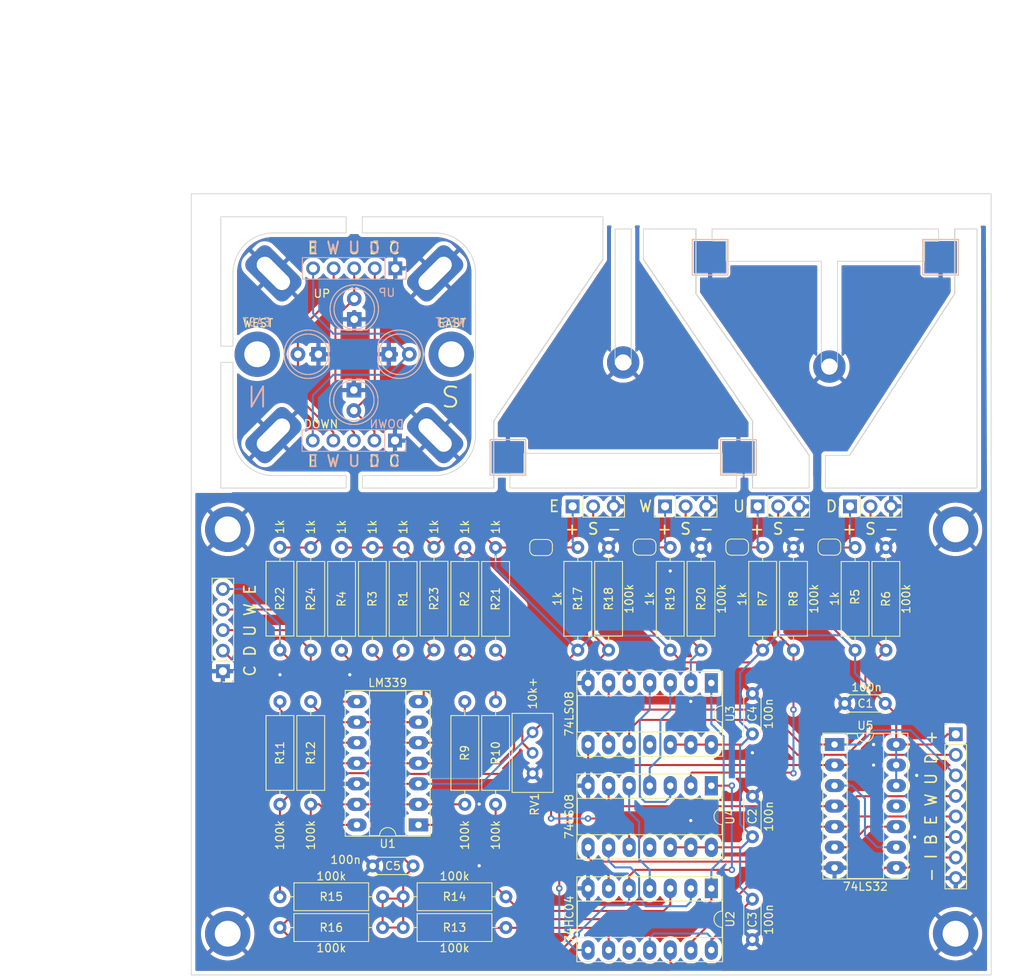
<source format=kicad_pcb>
(kicad_pcb (version 20211014) (generator pcbnew)
  (layers (0 "F.Cu" signal) (31 "B.Cu" signal) (34 "B.Paste" user) (35 "F.Paste" user) (36 "B.SilkS" user "B.Silkscreen") (37 "F.SilkS" user "F.Silkscreen") (38 "B.Mask" user) (39 "F.Mask" user) (44 "Edge.Cuts" user))
  (net 0 "")
  (net 1 "VCC")
  (net 2 "GND")
  (net 3 "/SU")
  (net 4 "/SD")
  (net 5 "/LU")
  (net 6 "Net-(J4-Pad1)")
  (net 7 "/LD")
  (net 8 "/VREF")
  (net 9 "/CU")
  (net 10 "/CD")
  (net 11 "/NCU")
  (net 12 "/NCD")
  (net 14 "Net-(U3-Pad3)")
  (net 15 "Net-(U3-Pad4)")
  (net 16 "/OU")
  (net 17 "/OD")
  (net 20 "Net-(U5-Pad3)")
  (net 21 "/OE")
  (net 24 "Net-(J1-Pad1)")
  (net 25 "Net-(J2-Pad1)")
  (net 26 "Net-(R1-Pad2)")
  (net 27 "Net-(R10-Pad1)")
  (net 28 "Net-(U5-Pad10)")
  (net 30 "Net-(R11-Pad1)")
  (net 31 "Net-(R12-Pad1)")
  (net 32 "/SW")
  (net 33 "/SE")
  (net 34 "/LE")
  (net 35 "/LW")
  (net 36 "/OW")
  (net 37 "/BUSY")
  (net 38 "/IDLE")
  (net 39 "/CW")
  (net 40 "/CE")
  (net 41 "/NCW")
  (net 42 "/NCE")
  (net 43 "Net-(J3-Pad1)")
  (footprint "Connector_PinHeader_2.54mm:PinHeader_1x03_P2.54mm_Vertical" (layer "F.Cu") (at 131.445 88.655 90)
    (fp_text reference "J1" hide)
    (fp_text value "Conn_01x03_Male")
  )
  (footprint "TestPoint:TestPoint_THTPad_D4.0mm_Drill2.0mm" (layer "F.Cu") (at 60.15 79.85 135)
    (fp_text reference "J19" hide)
    (fp_text value "Conn_01x01_Male")
  )
  (footprint "Jumper:SolderJumper-2_P1.3mm_Open_RoundedPad1.0x1.5mm" (layer "F.Cu") (at 93.25 93.75 180)
    (fp_text reference "JP3" hide)
    (fp_text value "SolderJumper_2_Open")
  )
  (footprint "Connector_PinHeader_2.54mm:PinHeader_1x03_P2.54mm_Vertical" (layer "F.Cu") (at 108.585 88.655 90)
    (fp_text reference "J4" hide)
    (fp_text value "Conn_01x03_Male")
  )
  (footprint "Connector_PinHeader_2.54mm:PinHeader_1x03_P2.54mm_Vertical" (layer "F.Cu") (at 97.155 88.655 90)
    (fp_text reference "J3" hide)
    (fp_text value "Conn_01x03_Male")
  )
  (footprint "Resistor_THT:R_Axial_DIN0309_L9.0mm_D3.2mm_P12.70mm_Horizontal" (layer "F.Cu") (at 83.82 112.8 -90)
    (fp_text reference "R9")
    (fp_text value "100k")
  )
  (footprint "MountingHole:MountingHole_3.2mm_M3_DIN965_Pad" (layer "F.Cu") (at 58.15 69.85)
    (fp_text reference "H5" hide)
    (fp_text value "MountingHole_Pad")
  )
  (footprint "MountingHole:MountingHole_3.2mm_M3_DIN965_Pad" (layer "F.Cu") (at 54.5 91.5)
    (fp_text reference "H4" hide)
    (fp_text value "MountingHole_Pad")
  )
  (footprint "Resistor_THT:R_Axial_DIN0309_L9.0mm_D3.2mm_P12.70mm_Horizontal" (layer "F.Cu") (at 64.77 112.8 -90)
    (fp_text reference "R12")
    (fp_text value "100k")
  )
  (footprint "Package_DIP:DIP-14_W7.62mm_Socket_LongPads" (layer "F.Cu") (at 78.095 128.045 180)
    (fp_text reference "U1")
    (fp_text value "LM339")
  )
  (footprint "Capacitor_THT:C_Disc_D4.3mm_W1.9mm_P5.00mm" (layer "F.Cu") (at 119.38 116.8 90)
    (fp_text reference "C4")
    (fp_text value "100n")
  )
  (footprint "MountingHole:MountingHole_3.2mm_M3_DIN965_Pad" (layer "F.Cu") (at 54.5 141.5)
    (fp_text reference "H2")
    (fp_text value "MountingHole_Pad")
  )
  (footprint "Resistor_THT:R_Axial_DIN0309_L9.0mm_D3.2mm_P12.70mm_Horizontal" (layer "F.Cu") (at 135.89 93.75 -90)
    (fp_text reference "R6")
    (fp_text value "100k")
  )
  (footprint "Package_DIP:DIP-14_W7.62mm_Socket_LongPads" (layer "F.Cu") (at 129.54 118.105)
    (fp_text reference "U5")
    (fp_text value "74LS32")
  )
  (footprint "LED_THT:LED_D5.0mm" (layer "F.Cu") (at 70.1 74.275 -90)
    (fp_text reference "Q3" hide)
    (fp_text value "Q_Photo_NPN" hide)
  )
  (footprint "Resistor_THT:R_Axial_DIN0309_L9.0mm_D3.2mm_P12.70mm_Horizontal" (layer "F.Cu") (at 73.66 136.93 180)
    (fp_text reference "R15")
    (fp_text value "100k")
  )
  (footprint "Resistor_THT:R_Axial_DIN0309_L9.0mm_D3.2mm_P12.70mm_Horizontal" (layer "F.Cu") (at 76.2 93.75 -90)
    (fp_text reference "R1")
    (fp_text value "1k")
  )
  (footprint "Package_DIP:DIP-14_W7.62mm_Socket_LongPads" (layer "F.Cu") (at 114.305 123.2 -90)
    (fp_text reference "U4")
    (fp_text value "74LS08")
  )
  (footprint "Resistor_THT:R_Axial_DIN0309_L9.0mm_D3.2mm_P12.70mm_Horizontal" (layer "F.Cu") (at 68.58 93.75 -90)
    (fp_text reference "R4")
    (fp_text value "1k")
  )
  (footprint "MountingHole:MountingHole_3.2mm_M3_DIN965_Pad" (layer "F.Cu") (at 144.5 141.5)
    (fp_text reference "H1")
    (fp_text value "MountingHole_Pad")
  )
  (footprint "Resistor_THT:R_Axial_DIN0309_L9.0mm_D3.2mm_P12.70mm_Horizontal" (layer "F.Cu") (at 60.96 112.8 -90)
    (fp_text reference "R11")
    (fp_text value "100k")
  )
  (footprint "TestPoint:TestPoint_Pad_4.0x4.0mm" (layer "F.Cu") (at 117.65 82.6)
    (fp_text reference "J8" hide)
    (fp_text value "Conn_01x01_Male")
  )
  (footprint "Package_DIP:DIP-14_W7.62mm_Socket_LongPads" (layer "F.Cu") (at 114.305 110.5 -90)
    (fp_text reference "U3")
    (fp_text value "74LS08")
  )
  (footprint "Resistor_THT:R_Axial_DIN0309_L9.0mm_D3.2mm_P12.70mm_Horizontal" (layer "F.Cu") (at 109.22 93.735 -90)
    (fp_text reference "R19")
    (fp_text value "1k")
  )
  (footprint "MountingHole:MountingHole_3.2mm_M3_DIN965_Pad" (layer "F.Cu") (at 82.15 69.85)
    (fp_text reference "H6" hide)
    (fp_text value "MountingHole_Pad")
  )
  (footprint "Resistor_THT:R_Axial_DIN0309_L9.0mm_D3.2mm_P12.70mm_Horizontal" (layer "F.Cu") (at 113.03 93.735 -90)
    (fp_text reference "R20")
    (fp_text value "100k")
  )
  (footprint "TestPoint:TestPoint_Pad_4.0x4.0mm" (layer "F.Cu") (at 142.65 57.85)
    (fp_text reference "J13" hide)
    (fp_text value "Conn_01x01_Male")
  )
  (footprint "TestPoint:TestPoint_THTPad_D4.0mm_Drill2.0mm" (layer "F.Cu") (at 103.4 70.866)
    (fp_text reference "J17" hide)
    (fp_text value "Conn_01x01_Male")
  )
  (footprint "LED_THT:LED_D5.0mm" (layer "F.Cu") (at 70.15 65.532 90)
    (fp_text reference "Q1" hide)
    (fp_text value "Q_Photo_NPN" hide)
  )
  (footprint "Resistor_THT:R_Axial_DIN0309_L9.0mm_D3.2mm_P12.70mm_Horizontal" (layer "F.Cu") (at 60.96 106.426 90)
    (fp_text reference "R22")
    (fp_text value "1k")
  )
  (footprint "Connector_PinHeader_2.54mm:PinHeader_1x03_P2.54mm_Vertical" (layer "F.Cu") (at 120.03 88.655 90)
    (fp_text reference "J2" hide)
    (fp_text value "Conn_01x03_Male")
  )
  (footprint "TestPoint:TestPoint_Pad_4.0x4.0mm" (layer "F.Cu") (at 89.15 82.6)
    (fp_text reference "J7" hide)
    (fp_text value "Conn_01x01_Male")
  )
  (footprint "Jumper:SolderJumper-2_P1.3mm_Open_RoundedPad1.0x1.5mm" (layer "F.Cu") (at 128.9 93.7 180)
    (fp_text reference "JP2" hide)
    (fp_text value "SolderJumper_2_Open")
  )
  (footprint "Resistor_THT:R_Axial_DIN0309_L9.0mm_D3.2mm_P12.70mm_Horizontal" (layer "F.Cu") (at 73.66 140.74 180)
    (fp_text reference "R16")
    (fp_text value "100k")
  )
  (footprint "Resistor_THT:R_Axial_DIN0309_L9.0mm_D3.2mm_P12.70mm_Horizontal" (layer "F.Cu") (at 83.82 93.75 -90)
    (fp_text reference "R2")
    (fp_text value "1k")
  )
  (footprint "Potentiometer_THT:Potentiometer_Bourns_3296W_Vertical" (layer "F.Cu") (at 92.202 116.6 90)
    (fp_text reference "RV1")
    (fp_text value "10k+")
  )
  (footprint "Package_DIP:DIP-14_W7.62mm_Socket_LongPads" (layer "F.Cu") (at 114.305 135.9 -90)
    (fp_text reference "U2")
    (fp_text value "74HC04")
  )
  (footprint "TestPoint:TestPoint_THTPad_D4.0mm_Drill2.0mm" (layer "F.Cu") (at 60.15 59.85 45)
    (fp_text reference "J21" hide)
    (fp_text value "Conn_01x01_Male")
  )
  (footprint "Capacitor_THT:C_Disc_D4.3mm_W1.9mm_P5.00mm" (layer "F.Cu") (at 135.81 113.025 180)
    (fp_text reference "C1")
    (fp_text value "100n")
  )
  (footprint "LED_THT:LED_D5.0mm" (layer "F.Cu") (at 74.417 69.85)
    (fp_text reference "Q5" hide)
    (fp_text value "Q_Photo_NPN" hide)
  )
  (footprint "TestPoint:TestPoint_Pad_4.0x4.0mm" (layer "F.Cu") (at 114.15 57.85)
    (fp_text reference "J14" hide)
    (fp_text value "Conn_01x01_Male")
  )
  (footprint "Capacitor_THT:C_Disc_D4.3mm_W1.9mm_P5.00mm" (layer "F.Cu") (at 77.43 133.12 180)
    (fp_text reference "C5")
    (fp_text value "100n")
  )
  (footprint "Capacitor_THT:C_Disc_D4.3mm_W1.9mm_P5.00mm" (layer "F.Cu") (at 119.38 137.24 -90)
    (fp_text reference "C3")
    (fp_text value "100n")
  )
  (footprint "Capacitor_THT:C_Disc_D4.3mm_W1.9mm_P5.00mm" (layer "F.Cu") (at 119.385 129.51 90)
    (fp_text reference "C2")
    (fp_text value "100n")
  )
  (footprint "TestPoint:TestPoint_THTPad_D4.0mm_Drill2.0mm" (layer "F.Cu") (at 80.15 59.85 135)
    (fp_text reference "J20" hide)
    (fp_text value "Conn_01x01_Male")
  )
  (footprint "Resistor_THT:R_Axial_DIN0309_L9.0mm_D3.2mm_P12.70mm_Horizontal" (layer "F.Cu") (at 87.63 106.45 90)
    (fp_text reference "R21")
    (fp_text value "1k")
  )
  (footprint "MountingHole:MountingHole_3.2mm_M3_DIN965_Pad" (layer "F.Cu") (at 144.5 91.5)
    (fp_text reference "H3")
    (fp_text value "MountingHole_Pad")
  )
  (footprint "Resistor_THT:R_Axial_DIN0309_L9.0mm_D3.2mm_P12.70mm_Horizontal" (layer "F.Cu") (at 80.01 106.426 90)
    (fp_text reference "R23")
    (fp_text value "1k")
  )
  (footprint "Resistor_THT:R_Axial_DIN0309_L9.0mm_D3.2mm_P12.70mm_Horizontal" (layer "F.Cu") (at 97.79 93.735 -90)
    (fp_text reference "R17")
    (fp_text value "1k")
  )
  (footprint "Resistor_THT:R_Axial_DIN0309_L9.0mm_D3.2mm_P12.70mm_Horizontal" (layer "F.Cu") (at 64.77 106.45 90)
    (fp_text reference "R24")
    (fp_text value "1k")
  )
  (footprint "Resistor_THT:R_Axial_DIN0309_L9.0mm_D3.2mm_P12.70mm_Horizontal" (layer "F.Cu") (at 76.2 140.74)
    (fp_text reference "R13")
    (fp_text value "100k")
  )
  (footprint "Resistor_THT:R_Axial_DIN0309_L9.0mm_D3.2mm_P12.70mm_Horizontal" (layer "F.Cu") (at 76.2 136.93)
    (fp_text reference "R14")
    (fp_text value "100k")
  )
  (footprint "Resistor_THT:R_Axial_DIN0309_L9.0mm_D3.2mm_P12.70mm_Horizontal" (layer "F.Cu") (at 124.46 93.735 -90)
    (fp_text reference "R8")
    (fp_text value "100k")
  )
  (footprint "Resistor_THT:R_Axial_DIN0309_L9.0mm_D3.2mm_P12.70mm_Horizontal" (layer "F.Cu") (at 101.6 93.735 -90)
    (fp_text reference "R18")
    (fp_text value "100k")
  )
  (footprint "Connector_PinHeader_2.54mm:PinHeader_1x05_P2.54mm_Vertical" (layer "F.Cu") (at 53.905 109.04 180)
    (fp_text reference "J6" hide)
    (fp_text value "Conn_01x05_Male" hide)
  )
  (footprint "Jumper:SolderJumper-2_P1.3mm_Open_RoundedPad1.0x1.5mm" (layer "F.Cu") (at 117.5 93.7 180)
    (fp_text reference "JP1" hide)
    (fp_text value "SolderJumper_2_Open")
  )
  (footprint "TestPoint:TestPoint_THTPad_D4.0mm_Drill2.0mm" (layer "F.Cu") (at 128.9 71.374)
    (fp_text reference "J18" hide)
    (fp_text value "Conn_01x01_Male")
  )
  (footprint "TestPoint:TestPoint_THTPad_D4.0mm_Drill2.0mm" (layer "F.Cu") (at 80.15 79.85 45)
    (fp_text reference "J22" hide)
    (fp_text value "Conn_01x01_Male")
  )
  (footprint "Resistor_THT:R_Axial_DIN0309_L9.0mm_D3.2mm_P12.70mm_Horizontal" (layer "F.Cu") (at 87.63 112.8 -90)
    (fp_text reference "R10")
    (fp_text value "100k")
  )
  (footprint "Resistor_THT:R_Axial_DIN0309_L9.0mm_D3.2mm_P12.70mm_Horizontal" (layer "F.Cu") (at 120.65 93.735 -90)
    (fp_text reference "R7")
    (fp_text value "1k")
  )
  (footprint "LED_THT:LED_D5.0mm" (layer "F.Cu") (at 65.725 69.85 180)
    (fp_text reference "Q7" hide)
    (fp_text value "Q_Photo_NPN" hide)
  )
  (footprint "Connector_PinHeader_2.54mm:PinHeader_1x08_P2.54mm_Vertical" (layer "F.Cu") (at 144.526 116.84)
    (fp_text reference "J5" hide)
    (fp_text value "Conn_01x07_Male" hide)
  )
  (footprint "Resistor_THT:R_Axial_DIN0309_L9.0mm_D3.2mm_P12.70mm_Horizontal" (layer "F.Cu") (at 72.39 93.75 -90)
    (fp_text reference "R3")
    (fp_text value "1k")
  )
  (footprint "Resistor_THT:R_Axial_DIN0309_L9.0mm_D3.2mm_P12.70mm_Horizontal" (layer "F.Cu") (at 132.08 93.75 -90)
    (fp_text reference "R5")
    (fp_text value "1k")
  )
  (footprint "Jumper:SolderJumper-2_P1.3mm_Open_RoundedPad1.0x1.5mm" (layer "F.Cu") (at 106.05 93.7 180)
    (fp_text reference "JP4" hide)
    (fp_text value "SolderJumper_2_Open")
  )
  (footprint "LED_THT:LED_D5.0mm" (layer "B.Cu") (at 65.725 69.85 180)
    (fp_text reference "Q8" hide)
    (fp_text value "Q_Photo_NPN" hide)
  )
  (footprint "Connector_PinHeader_2.54mm:PinHeader_1x05_P2.54mm_Vertical" (layer "B.Cu") (at 75.225 59.225 90)
    (fp_text reference "J16" hide)
    (fp_text value "Conn_01x05_Male")
  )
  (footprint "TestPoint:TestPoint_Pad_4.0x4.0mm" (layer "B.Cu") (at 114.15 57.85 180)
    (fp_text reference "J11" hide)
    (fp_text value "Conn_01x01_Male")
  )
  (footprint "LED_THT:LED_D5.0mm" (layer "B.Cu") (at 70.15 65.525 90)
    (fp_text reference "Q2" hide)
    (fp_text value "Q_Photo_NPN" hide)
  )
  (footprint "TestPoint:TestPoint_Pad_4.0x4.0mm" (layer "B.Cu") (at 89.15 82.6 180)
    (fp_text reference "J9" hide)
    (fp_text value "Conn_01x01_Male")
  )
  (footprint "LED_THT:LED_D5.0mm" (layer "B.Cu") (at 74.425 69.85)
    (fp_text reference "Q6" hide)
    (fp_text value "Q_Photo_NPN" hide)
  )
  (footprint "Connector_PinHeader_2.54mm:PinHeader_1x05_P2.54mm_Vertical" (layer "B.Cu") (at 75.184 80.518 90)
    (fp_text reference "J15" hide)
    (fp_text value "Conn_01x05_Male")
  )
  (footprint "LED_THT:LED_D5.0mm" (layer "B.Cu") (at 70.1 74.275 -90)
    (fp_text reference "Q4" hide)
    (fp_text value "Q_Photo_NPN" hide)
  )
  (footprint "TestPoint:TestPoint_Pad_4.0x4.0mm" (layer "B.Cu") (at 142.65 57.85 180)
    (fp_text reference "J12" hide)
    (fp_text value "Conn_01x01_Male")
  )
  (footprint "TestPoint:TestPoint_Pad_4.0x4.0mm" (layer "B.Cu") (at 117.65 82.6 180)
    (fp_text reference "J10" hide)
    (fp_text value "Conn_01x01_Male")
  )
  (gr_line (start 105.9 58.1) (end 119.4 78.1) (layer "Edge.Cuts") (width 0.15))
  (gr_line (start 87.4 86.4) (end 71.15 86.4) (layer "Edge.Cuts") (width 0.1))
  (gr_line (start 127.9 71.35) (end 127.9 58.35) (layer "Edge.Cuts") (width 0.1))
  (gr_line (start 71.15 52.85) (end 100.9 52.85) (layer "Edge.Cuts") (width 0.1))
  (gr_line (start 71.15 52.85) (end 71.15 54.85) (layer "Edge.Cuts") (width 0.1))
  (gr_line (start 115.65 84.6) (end 117.4 84.6) (layer "Edge.Cuts") (width 0.15))
  (gr_line (start 144.4 62.35) (end 131.4 82.35) (layer "Edge.Cuts") (width 0.15))
  (gr_line (start 114.4 55.85) (end 116.15 55.85) (layer "Edge.Cuts") (width 0.1))
  (gr_line (start 105.9 58.1) (end 105.9 54.35) (layer "Edge.Cuts") (width 0.1))
  (gr_line (start 119.4 78.1) (end 119.4 86.4) (layer "Edge.Cuts") (width 0.15))
  (gr_line (start 116.15 55.85) (end 116.15 58.35) (layer "Edge.Cuts") (width 0.15))
  (gr_line (start 89.4 84.6) (end 91.15 84.6) (layer "Edge.Cuts") (width 0.1))
  (gr_line (start 140.65 55.85) (end 140.65 58.35) (layer "Edge.Cuts") (width 0.15))
  (gr_line (start 53.65 68.85) (end 53.65 52.85) (layer "Edge.Cuts") (width 0.1))
  (gr_line (start 147.15 62.35) (end 147.15 86.4) (layer "Edge.Cuts") (width 0.1))
  (gr_line (start 71.15 86.4) (end 71.15 84.85) (layer "Edge.Cuts") (width 0.1))
  (gr_line (start 117.4 86.4) (end 89.4 86.4) (layer "Edge.Cuts") (width 0.1))
  (gr_line (start 69.15 52.85) (end 69.15 54.85) (layer "Edge.Cuts") (width 0.1))
  (gr_line (start 87.4 78.1) (end 100.9 58.1) (layer "Edge.Cuts") (width 0.15))
  (gr_line (start 91.15 82.1) (end 115.65 82.1) (layer "Edge.Cuts") (width 0.1))
  (gr_line (start 144.4 54.35) (end 147.15 54.35) (layer "Edge.Cuts") (width 0.1))
  (gr_line (start 102.4 71.1) (end 104.4 71.1) (layer "Edge.Cuts") (width 0.1))
  (gr_line (start 117.4 84.6) (end 117.4 86.4) (layer "Edge.Cuts") (width 0.1))
  (gr_line (start 102.4 54.35) (end 104.4 54.35) (layer "Edge.Cuts") (width 0.1))
  (gr_line (start 126.4 82.35) (end 112.4 62.35) (layer "Edge.Cuts") (width 0.15))
  (gr_line (start 55.15 68.85) (end 53.65 68.85) (layer "Edge.Cuts") (width 0.1))
  (gr_line (start 87.4 78.1) (end 87.4 86.4) (layer "Edge.Cuts") (width 0.15))
  (gr_line (start 55.15 59.85) (end 55.15 68.85) (layer "Edge.Cuts") (width 0.1))
  (gr_line (start 55.15 70.85) (end 55.15 79.85) (layer "Edge.Cuts") (width 0.1))
  (gr_line (start 114.4 55.85) (end 114.4 54.35) (layer "Edge.Cuts") (width 0.1))
  (gr_line (start 142.4 54.35) (end 142.4 55.85) (layer "Edge.Cuts") (width 0.1))
  (gr_line (start 89.4 86.4) (end 89.4 84.6) (layer "Edge.Cuts") (width 0.1))
  (gr_line (start 69.15 84.85) (end 60.15 84.85) (layer "Edge.Cuts") (width 0.1))
  (gr_line (start 69.15 84.85) (end 69.15 86.4) (layer "Edge.Cuts") (width 0.1))
  (gr_line (start 69.15 86.4) (end 53.65 86.4) (layer "Edge.Cuts") (width 0.1))
  (gr_line (start 53.65 70.85) (end 55.15 70.85) (layer "Edge.Cuts") (width 0.1))
  (gr_arc (start 55.15 59.85) (mid 56.614466 56.314466) (end 60.15 54.85) (layer "Edge.Cuts") (width 0.1))
  (gr_line (start 100.9 52.85) (end 100.9 58.1) (layer "Edge.Cuts") (width 0.1))
  (gr_line (start 60.15 54.85) (end 69.15 54.85) (layer "Edge.Cuts") (width 0.1))
  (gr_line (start 144.4 62.35) (end 144.4 54.35) (layer "Edge.Cuts") (width 0.15))
  (gr_line (start 147.15 86.4) (end 128.4 86.4) (layer "Edge.Cuts") (width 0.1))
  (gr_line (start 104.4 71.1) (end 104.4 55.85) (layer "Edge.Cuts") (width 0.1))
  (gr_line (start 128.4 82.35) (end 131.4 82.35) (layer "Edge.Cuts") (width 0.1))
  (gr_line (start 91.15 84.6) (end 91.15 82.1) (layer "Edge.Cuts") (width 0.15))
  (gr_line (start 140.65 58.35) (end 129.9 58.35) (layer "Edge.Cuts") (width 0.1))
  (gr_rect (start 50 50) (end 148.9 146.6) (layer "Edge.Cuts") (width 0.1) (fill none))
  (gr_line (start 115.65 84.6) (end 115.65 82.1) (layer "Edge.Cuts") (width 0.15))
  (gr_line (start 53.65 52.85) (end 69.15 52.85) (layer "Edge.Cuts") (width 0.1))
  (gr_line (start 71.15 54.85) (end 80.15 54.85) (layer "Edge.Cuts") (width 0.1))
  (gr_line (start 126.4 82.35) (end 126.4 86.4) (layer "Edge.Cuts") (width 0.1))
  (gr_line (start 112.4 62.35) (end 112.4 54.35) (layer "Edge.Cuts") (width 0.15))
  (gr_line (start 126.4 86.4) (end 119.4 86.4) (layer "Edge.Cuts") (width 0.1))
  (gr_line (start 53.65 86.4) (end 53.65 70.85) (layer "Edge.Cuts") (width 0.1))
  (gr_arc (start 85.15 79.85) (mid 83.685534 83.385534) (end 80.15 84.85) (layer "Edge.Cuts") (width 0.1))
  (gr_line (start 142.4 55.85) (end 140.65 55.85) (layer "Edge.Cuts") (width 0.15))
  (gr_arc (start 80.15 54.85) (mid 83.685534 56.314466) (end 85.15 59.85) (layer "Edge.Cuts") (width 0.1))
  (gr_line (start 127.9 58.35) (end 116.15 58.35) (layer "Edge.Cuts") (width 0.1))
  (gr_line (start 128.4 86.4) (end 128.4 82.35) (layer "Edge.Cuts") (width 0.1))
  (gr_line (start 147.15 54.35) (end 147.15 62.35) (layer "Edge.Cuts") (width 0.1))
  (gr_line (start 114.4 54.35) (end 142.4 54.35) (layer "Edge.Cuts") (width 0.1))
  (gr_arc (start 60.15 84.85) (mid 56.614466 83.385534) (end 55.15 79.85) (layer "Edge.Cuts") (width 0.1))
  (gr_line (start 104.4 54.35) (end 104.4 55.85) (layer "Edge.Cuts") (width 0.1))
  (gr_line (start 71.15 84.85) (end 80.15 84.85) (layer "Edge.Cuts") (width 0.1))
  (gr_line (start 129.9 58.35) (end 129.9 71.35) (layer "Edge.Cuts") (width 0.1))
  (gr_line (start 129.9 71.35) (end 127.9 71.35) (layer "Edge.Cuts") (width 0.1))
  (gr_line (start 85.15 79.85) (end 85.15 59.85) (layer "Edge.Cuts") (width 0.1))
  (gr_line (start 102.4 55.85) (end 102.4 54.35) (layer "Edge.Cuts") (width 0.1))
  (gr_line (start 105.9 54.35) (end 112.4 54.35) (layer "Edge.Cuts") (width 0.1))
  (gr_line (start 102.4 71.1) (end 102.4 55.85) (layer "Edge.Cuts") (width 0.1))
  (gr_text "DOWN" (at 74.168 78.486) (layer "B.SilkS") (effects (font (size 1 1)) (justify mirror)))
  (gr_text "C D U W E" (at 70.104 56.63) (layer "B.SilkS") (effects (font (size 1.4 1.4) (thickness 0.2)) (justify mirror)))
  (gr_text "UP" (at 74.168 62.23) (layer "B.SilkS") (effects (font (size 1 1)) (justify mirror)))
  (gr_text "WEST" (at 82.068 65.88) (layer "B.SilkS") (effects (font (size 1 1)) (justify mirror)))
  (gr_text "EAST" (at 58.068 65.88) (layer "B.SilkS") (effects (font (size 1 1)) (justify mirror)))
  (gr_text "N" (at 58.166 75.184) (layer "B.SilkS") (effects (font (size 2.5 2.5) (thickness 0.23)) (justify mirror)))
  (gr_text "C D U W E" (at 70.104 83.058) (layer "B.SilkS") (effects (font (size 1.4 1.4) (thickness 0.2)) (justify mirror)))
  (gr_text "E W U D C" (at 70.104 83.058) (layer "F.SilkS") (effects (font (size 1.4 1.4) (thickness 0.2))))
  (gr_text "+ S -" (at 111.125 91.44) (layer "F.SilkS") (effects (font (size 1.4 1.4) (thickness 0.2))))
  (gr_text "EAST" (at 82.25 66) (layer "F.SilkS") (effects (font (size 1 1))))
  (gr_text "+ S -" (at 122.555 91.44) (layer "F.SilkS") (effects (font (size 1.4 1.4) (thickness 0.2))))
  (gr_text "UP" (at 66.15 62.35) (layer "F.SilkS") (effects (font (size 1 1))))
  (gr_text "W" (at 106.172 88.655) (layer "F.SilkS") (effects (font (size 1.4 1.4) (thickness 0.2))))
  (gr_text "DOWN" (at 66.04 78.486) (layer "F.SilkS") (effects (font (size 1 1))))
  (gr_text "+ S -" (at 99.695 91.44) (layer "F.SilkS") (effects (font (size 1.4 1.4) (thickness 0.2))))
  (gr_text "E" (at 94.869 88.646) (layer "F.SilkS") (effects (font (size 1.4 1.4) (thickness 0.2))))
  (gr_text "E W U D C" (at 70.104 56.75) (layer "F.SilkS") (effects (font (size 1.4 1.4) (thickness 0.2))))
  (gr_text "U" (at 117.729 88.655) (layer "F.SilkS") (effects (font (size 1.4 1.4) (thickness 0.2))))
  (gr_text "S" (at 82.042 75.184) (layer "F.SilkS") (effects (font (size 2.5 2.5) (thickness 0.23))))
  (gr_text "+ S -" (at 133.985 91.44) (layer "F.SilkS") (effects (font (size 1.4 1.4) (thickness 0.2))))
  (gr_text "WEST" (at 58.25 66) (layer "F.SilkS") (effects (font (size 1 1))))
  (gr_text "- I B E W U D +" (at 141.478 125.73 90) (layer "F.SilkS") (effects (font (size 1.4 1.4) (thickness 0.2))))
  (gr_text "C D U W E" (at 57.25 104 90) (layer "F.SilkS") (effects (font (size 1.4 1.4) (thickness 0.2))))
  (gr_text "D" (at 129.159 88.655) (layer "F.SilkS") (effects (font (size 1.4 1.4) (thickness 0.2))))
  (segment (start 114.305 142.315) (end 119.38 137.24) (width 0.25) (layer "F.Cu") (net 1))
  (segment (start 77.43 133.35) (end 74.422 130.342) (width 0.25) (layer "F.Cu") (net 1))
  (segment (start 109.225 118.12) (end 111.765 118.12) (width 0.25) (layer "F.Cu") (net 1))
  (segment (start 111.765 130.82) (end 114.305 130.82) (width 0.25) (layer "F.Cu") (net 1))
  (segment (start 111.765 118.12) (end 114.305 118.12) (width 0.25) (layer "F.Cu") (net 1))
  (segment (start 73.66 140.74) (end 76.2 140.74) (width 0.25) (layer "F.Cu") (net 1))
  (segment (start 144.526 116.84) (end 143.51 116.84) (width 0.25) (layer "F.Cu") (net 1))
  (segment (start 76.2 137.16) (end 76.2 134.58) (width 0.25) (layer "F.Cu") (net 1))
  (segment (start 76.298 122.965) (end 78.095 122.965) (width 0.25) (layer "F.Cu") (net 1))
  (segment (start 128.25 93.7) (end 128.25 102.605) (width 0.25) (layer "F.Cu") (net 1))
  (segment (start 64.77 93.75) (end 60.96 93.75) (width 0.25) (layer "F.Cu") (net 1))
  (segment (start 143.51 116.84) (end 142.245 118.105) (width 0.25) (layer "F.Cu") (net 1))
  (segment (start 93.726 115.076) (end 93.726 110.499) (width 0.25) (layer "F.Cu") (net 1))
  (segment (start 76.2 140.97) (end 76.2 137.16) (width 0.25) (layer "F.Cu") (net 1))
  (segment (start 74.422 124.841) (end 76.298 122.965) (width 0.25) (layer "F.Cu") (net 1))
  (segment (start 120.65 106.435) (end 119.135 107.95) (width 0.25) (layer "F.Cu") (net 1))
  (segment (start 114.305 118.12) (end 118.06 118.12) (width 0.25) (layer "F.Cu") (net 1))
  (segment (start 67.08 91.44) (end 64.77 93.75) (width 0.25) (layer "F.Cu") (net 1))
  (segment (start 142.245 118.105) (end 137.16 118.105) (width 0.25) (layer "F.Cu") (net 1))
  (segment (start 93.726 110.499) (end 97.79 106.435) (width 0.25) (layer "F.Cu") (net 1))
  (segment (start 92.202 116.6) (end 93.726 115.076) (width 0.25) (layer "F.Cu") (net 1))
  (segment (start 109.225 130.82) (end 111.765 130.82) (width 0.25) (layer "F.Cu") (net 1))
  (segment (start 73.66 137.16) (end 76.2 137.16) (width 0.25) (layer "F.Cu") (net 1))
  (segment (start 118.06 118.12) (end 119.38 116.8) (width 0.25) (layer "F.Cu") (net 1))
  (segment (start 105.4 93.7) (end 105.4 102.615) (width 0.25) (layer "F.Cu") (net 1))
  (segment (start 114.305 143.52) (end 114.305 142.315) (width 0.25) (layer "F.Cu") (net 1))
  (segment (start 116.85 102.635) (end 120.65 106.435) (width 0.25) (layer "F.Cu") (net 1))
  (segment (start 80.034 93.75) (end 77.724 91.44) (width 0.25) (layer "F.Cu") (net 1))
  (segment (start 87.63 93.75) (end 85.32 91.44) (width 0.25) (layer "F.Cu") (net 1))
  (segment (start 118.075 130.82) (end 119.385 129.51) (width 0.25) (layer "F.Cu") (net 1))
  (segment (start 92.6 93.75) (end 87.63 93.75) (width 0.25) (layer "F.Cu") (net 1))
  (segment (start 137.16 118.105) (end 137.16 114.375) (width 0.25) (layer "F.Cu") (net 1))
  (segment (start 80.034 93.702) (end 80.034 93.75) (width 0.25) (layer "F.Cu") (net 1))
  (segment (start 110.735 107.95) (end 109.22 106.435) (width 0.25) (layer "F.Cu") (net 1))
  (segment (start 137.16 114.375) (end 135.81 113.025) (width 0.25) (layer "F.Cu") (net 1))
  (segment (start 82.296 91.44) (end 80.034 93.702) (width 0.25) (layer "F.Cu") (net 1))
  (segment (start 128.25 102.605) (end 132.08 106.435) (width 0.25) (layer "F.Cu") (net 1))
  (segment (start 74.422 130.342) (end 74.422 124.841) (width 0.25) (layer "F.Cu") (net 1))
  (segment (start 116.85 93.7) (end 116.85 102.635) (width 0.25) (layer "F.Cu") (net 1))
  (segment (start 73.66 140.97) (end 73.66 137.16) (width 0.25) (layer "F.Cu") (net 1))
  (segment (start 77.724 91.44) (end 67.08 91.44) (width 0.25) (layer "F.Cu") (net 1))
  (segment (start 76.2 134.58) (end 77.43 133.35) (width 0.25) (layer "F.Cu") (net 1))
  (segment (start 85.32 91.44) (end 82.296 91.44) (width 0.25) (layer "F.Cu") (net 1))
  (segment (start 119.135 107.95) (end 110.735 107.95) (width 0.25) (layer "F.Cu") (net 1))
  (segment (start 105.4 102.615) (end 109.22 106.435) (width 0.25) (layer "F.Cu") (net 1))
  (segment (start 114.305 130.82) (end 118.075 130.82) (width 0.25) (layer "F.Cu") (net 1))
  (segment (start 132.08 106.435) (end 132.08 109.295) (width 0.25) (layer "B.Cu") (net 1))
  (segment (start 122.485 104.6) (end 120.65 106.435) (width 0.25) (layer "B.Cu") (net 1))
  (segment (start 117.856 131.039) (end 117.856 135.716) (width 0.25) (layer "B.Cu") (net 1))
  (segment (start 137.16 118.105) (end 137.16 120.645) (width 0.25) (layer "B.Cu") (net 1))
  (segment (start 89.662 98.307) (end 89.662 98.298) (width 0.25) (layer "B.Cu") (net 1))
  (segment (start 97.79 106.435) (end 89.662 98.307) (width 0.25) (layer "B.Cu") (net 1))
  (segment (start 120.65 106.435) (end 117.856 109.229) (width 0.25) (layer "B.Cu") (net 1))
  (segment (start 114.305 141.9935) (end 114.305 143.52) (width 0.25) (layer "B.Cu") (net 1))
  (segment (start 107.433 104.648) (end 99.577 104.648) (width 0.25) (layer "B.Cu") (net 1))
  (segment (start 132.08 106.435) (end 130.245 104.6) (width 0.25) (layer "B.Cu") (net 1))
  (segment (start 117.856 115.276) (end 119.38 116.8) (width 0.25) (layer "B.Cu") (net 1))
  (segment (start 107.188 141.478) (end 113.7895 141.478) (width 0.25) (layer "B.Cu") (net 1))
  (segment (start 109.22 106.435) (end 107.433 104.648) (width 0.25) (layer "B.Cu") (net 1))
  (segment (start 117.856 127.981) (end 119.385 129.51) (width 0.25) (layer "B.Cu") (net 1))
  (segment (start 117.856 118.324) (end 117.856 127.981) (width 0.25) (layer "B.Cu") (net 1))
  (segment (start 119.385 129.51) (end 117.856 131.039) (width 0.25) (layer "B.Cu") (net 1))
  (segment (start 119.38 116.8) (end 117.856 118.324) (width 0.25) (layer "B.Cu") (net 1))
  (segment (start 99.577 104.648) (end 97.79 106.435) (width 0.25) (layer "B.Cu") (net 1))
  (segment (start 117.856 135.716) (end 119.38 137.24) (width 0.25) (layer "B.Cu") (net 1))
  (segment (start 137.16 120.645) (end 137.16 123.185) (width 0.25) (layer "B.Cu") (net 1))
  (segment (start 113.7895 141.478) (end 114.305 141.9935) (width 0.25) (layer "B.Cu") (net 1))
  (segment (start 132.08 109.295) (end 135.81 113.025) (width 0.25) (layer "B.Cu") (net 1))
  (segment (start 89.662 98.298) (end 87.63 96.266) (width 0.25) (layer "B.Cu") (net 1))
  (segment (start 85.837 122.965) (end 78.095 122.965) (width 0.25) (layer "B.Cu") (net 1))
  (segment (start 87.63 96.266) (end 87.63 93.75) (width 0.25) (layer "B.Cu") (net 1))
  (segment (start 92.202 116.6) (end 85.837 122.965) (width 0.25) (layer "B.Cu") (net 1))
  (segment (start 130.245 104.6) (end 122.485 104.6) (width 0.25) (layer "B.Cu") (net 1))
  (segment (start 106.685 143.52) (end 106.685 141.981) (width 0.25) (layer "B.Cu") (net 1))
  (segment (start 106.685 141.981) (end 107.188 141.478) (width 0.25) (layer "B.Cu") (net 1))
  (segment (start 117.856 109.229) (end 117.856 115.276) (width 0.25) (layer "B.Cu") (net 1))
  (segment (start 127.5 87.638) (end 127.5 75) (width 0.25) (layer "F.Cu") (net 2))
  (segment (start 127.5 75) (end 114.15 61.65) (width 0.25) (layer "F.Cu") (net 2))
  (segment (start 125.11 88.655) (end 126.483 88.655) (width 0.25) (layer "F.Cu") (net 2))
  (segment (start 126.483 88.655) (end 127.5 87.638) (width 0.25) (layer "F.Cu") (net 2))
  (segment (start 114.15 61.65) (end 114.15 57.85) (width 0.25) (layer "F.Cu") (net 2))
  (via (at 119.38 119.126) (size 0.8) (drill 0.4) (layers "F.Cu" "B.Cu") (net 2))
  (via (at 85.598 125.476) (size 0.8) (drill 0.4) (layers "F.Cu" "B.Cu") (net 2))
  (via (at 85.598 133.096) (size 0.8) (drill 0.4) (layers "F.Cu" "B.Cu") (net 2))
  (via (at 111.76 127.508) (size 0.8) (drill 0.4) (layers "F.Cu" "B.Cu") (net 2))
  (via (at 139.446 129.54) (size 0.8) (drill 0.4) (layers "F.Cu" "B.Cu") (net 2))
  (via (at 69.596 109.474) (size 0.8) (drill 0.4) (layers "F.Cu" "B.Cu") (net 2))
  (via (at 134.366 120.65) (size 0.8) (drill 0.4) (layers "F.Cu" "B.Cu") (net 2))
  (via (at 134.366 118.11) (size 0.8) (drill 0.4) (layers "F.Cu" "B.Cu") (net 2))
  (via (at 111.76 112.776) (size 0.8) (drill 0.4) (layers "F.Cu" "B.Cu") (net 2))
  (via (at 60.96 109.474) (size 0.8) (drill 0.4) (layers "F.Cu" "B.Cu") (net 2))
  (via (at 109.22 96.647) (size 0.8) (drill 0.4) (layers "F.Cu" "B.Cu") (net 2))
  (via (at 139.7 121.92) (size 0.8) (drill 0.4) (layers "F.Cu" "B.Cu") (net 2))
  (segment (start 118.3 87) (end 116.645 88.655) (width 0.25) (layer "B.Cu") (net 2))
  (segment (start 118.3 83.25) (end 118.3 87) (width 0.25) (layer "B.Cu") (net 2))
  (segment (start 116.645 88.655) (end 113.665 88.655) (width 0.25) (layer "B.Cu") (net 2))
  (segment (start 117.65 82.6) (end 118.3 83.25) (width 0.25) (layer "B.Cu") (net 2))
  (segment (start 70.104 80.518) (end 70.104 79.502) (width 0.25) (layer "F.Cu") (net 3))
  (segment (start 64.77 106.45) (end 64.77 108.966) (width 0.25) (layer "F.Cu") (net 3))
  (segment (start 70.104 79.502) (end 67.818 77.216) (width 0.25) (layer "F.Cu") (net 3))
  (segment (start 53.905 103.96) (end 62.28 103.96) (width 0.25) (layer "F.Cu") (net 3))
  (segment (start 68.609 112.805) (end 70.475 112.805) (width 0.25) (layer "F.Cu") (net 3))
  (segment (start 70.145 62.77) (end 70.15 62.775) (width 0.25) (layer "F.Cu") (net 3))
  (segment (start 67.818 65.324) (end 70.15 62.992) (width 0.25) (layer "F.Cu") (net 3))
  (segment (start 62.28 103.96) (end 64.77 106.45) (width 0.25) (layer "F.Cu") (net 3))
  (segment (start 70.145 59.225) (end 70.145 62.77) (width 0.25) (layer "F.Cu") (net 3))
  (segment (start 67.818 77.216) (end 67.818 65.324) (width 0.25) (layer "F.Cu") (net 3))
  (segment (start 64.77 108.966) (end 68.609 112.805) (width 0.25) (layer "F.Cu") (net 3))
  (segment (start 74.647 120.425) (end 73.42248 121.64952) (width 0.25) (layer "F.Cu") (net 4))
  (segment (start 88.109 120.425) (end 74.647 120.425) (width 0.25) (layer "F.Cu") (net 4))
  (segment (start 87.63 106.45) (end 89.916 108.736) (width 0.25) (layer "F.Cu") (net 4))
  (segment (start 89.916 118.618) (end 88.109 120.425) (width 0.25) (layer "F.Cu") (net 4))
  (segment (start 57.404 112.141) (end 57.404 109.999) (width 0.25) (layer "F.Cu") (net 4))
  (segment (start 72.685 74.24) (end 70.1 76.825) (width 0.25) (layer "F.Cu") (net 4))
  (segment (start 73.42248 121.64952) (end 66.91252 121.64952) (width 0.25) (layer "F.Cu") (net 4))
  (segment (start 72.685 59.225) (end 72.685 74.24) (width 0.25) (layer "F.Cu") (net 4))
  (segment (start 70.1 76.815) (end 72.644 79.359) (width 0.25) (layer "F.Cu") (net 4))
  (segment (start 66.91252 121.64952) (end 57.404 112.141) (width 0.25) (layer "F.Cu") (net 4))
  (segment (start 89.916 108.736) (end 89.916 118.618) (width 0.25) (layer "F.Cu") (net 4))
  (segment (start 72.644 79.359) (end 72.644 80.518) (width 0.25) (layer "F.Cu") (net 4))
  (segment (start 57.404 109.999) (end 53.905 106.5) (width 0.25) (layer "F.Cu") (net 4))
  (segment (start 111.765 121.735) (end 111.765 123.2) (width 0.25) (layer "F.Cu") (net 5))
  (segment (start 124.369489 121.575489) (end 111.924511 121.575489) (width 0.25) (layer "F.Cu") (net 5))
  (segment (start 122.57 104.545) (end 122.57 88.655) (width 0.25) (layer "F.Cu") (net 5))
  (segment (start 124.46 113.792) (end 124.46 106.435) (width 0.25) (layer "F.Cu") (net 5))
  (segment (start 111.924511 121.575489) (end 111.765 121.735) (width 0.25) (layer "F.Cu") (net 5))
  (segment (start 124.46 121.666) (end 124.369489 121.575489) (width 0.25) (layer "F.Cu") (net 5))
  (segment (start 124.46 106.435) (end 122.57 104.545) (width 0.25) (layer "F.Cu") (net 5))
  (via (at 124.46 113.792) (size 0.8) (drill 0.4) (layers "F.Cu" "B.Cu") (net 5))
  (via (at 124.46 121.666) (size 0.8) (drill 0.4) (layers "F.Cu" "B.Cu") (net 5))
  (segment (start 124.46 121.666) (end 124.46 113.792) (width 0.25) (layer "B.Cu") (net 5))
  (segment (start 106.735 93.735) (end 109.22 93.735) (width 0.25) (layer "F.Cu") (net 6))
  (segment (start 106.7 93.7) (end 106.735 93.735) (width 0.25) (layer "F.Cu") (net 6))
  (segment (start 108.585 93.1) (end 108.585 88.655) (width 0.25) (layer "B.Cu") (net 6))
  (segment (start 109.22 93.735) (end 108.585 93.1) (width 0.25) (layer "B.Cu") (net 6))
  (segment (start 104.145 116.327) (end 105.41 115.062) (width 0.25) (layer "F.Cu") (net 7))
  (segment (start 120.65 115.062) (end 124.968 119.38) (width 0.25) (layer "F.Cu") (net 7))
  (segment (start 133.985 104.545) (end 133.985 88.655) (width 0.25) (layer "F.Cu") (net 7))
  (segment (start 133.35 117.094) (end 133.35 108.99) (width 0.25) (layer "F.Cu") (net 7))
  (segment (start 105.41 115.062) (end 120.65 115.062) (width 0.25) (layer "F.Cu") (net 7))
  (segment (start 131.064 119.38) (end 133.35 117.094) (width 0.25) (layer "F.Cu") (net 7))
  (segment (start 135.89 106.45) (end 133.985 104.545) (width 0.25) (layer "F.Cu") (net 7))
  (segment (start 133.35 108.99) (end 135.89 106.45) (width 0.25) (layer "F.Cu") (net 7))
  (segment (start 104.145 118.12) (end 104.145 116.327) (width 0.25) (layer "F.Cu") (net 7))
  (segment (start 124.968 119.38) (end 131.064 119.38) (width 0.25) (layer "F.Cu") (net 7))
  (segment (start 135.89 106.435) (end 135.89 106.45) (width 0.25) (layer "F.Cu") (net 7))
  (segment (start 92.202 119.16) (end 90.932 117.89) (width 0.25) (layer "F.Cu") (net 8))
  (segment (start 90.932 100.862) (end 83.82 93.75) (width 0.25) (layer "F.Cu") (net 8))
  (segment (start 81.304 96.266) (end 78.716 96.266) (width 0.25) (layer "F.Cu") (net 8))
  (segment (start 83.82 93.75) (end 81.304 96.266) (width 0.25) (layer "F.Cu") (net 8))
  (segment (start 78.716 96.266) (end 76.2 93.75) (width 0.25) (layer "F.Cu") (net 8))
  (segment (start 90.932 117.89) (end 90.932 100.862) (width 0.25) (layer "F.Cu") (net 8))
  (segment (start 76.2 93.75) (end 68.58 93.75) (width 0.25) (layer "F.Cu") (net 8))
  (segment (start 60.96 140.74) (end 64.77 136.93) (width 0.25) (layer "F.Cu") (net 9))
  (segment (start 115.9 123.2) (end 114.305 123.2) (width 0.25) (layer "F.Cu") (net 9))
  (segment (start 63.37 143.15) (end 60.96 140.74) (width 0.25) (layer "F.Cu") (net 9))
  (segment (start 104.896 133.604) (end 104.145 134.355) (width 0.25) (layer "F.Cu") (net 9))
  (segment (start 68.355 128.045) (end 70.475 128.045) (width 0.25) (layer "F.Cu") (net 9))
  (segment (start 64.77 125.5) (end 65.81 125.5) (width 0.25) (layer "F.Cu") (net 9))
  (segment (start 97.663 141.605) (end 96.118 143.15) (width 0.25) (layer "F.Cu") (net 9))
  (segment (start 64.77 136.93) (end 64.77 125.5) (width 0.25) (layer "F.Cu") (net 9))
  (segment (start 116.84 133.604) (end 104.896 133.604) (width 0.25) (layer "F.Cu") (net 9))
  (segment (start 115.91 123.19) (end 115.9 123.2) (width 0.25) (layer "F.Cu") (net 9))
  (segment (start 116.84 123.19) (end 115.91 123.19) (width 0.25) (layer "F.Cu") (net 9))
  (segment (start 104.145 134.355) (end 104.145 135.9) (width 0.25) (layer "F.Cu") (net 9))
  (segment (start 65.81 125.5) (end 68.355 128.045) (width 0.25) (layer "F.Cu") (net 9))
  (segment (start 96.118 143.15) (end 63.37 143.15) (width 0.25) (layer "F.Cu") (net 9))
  (via (at 97.663 141.605) (size 0.8) (drill 0.4) (layers "F.Cu" "B.Cu") (net 9))
  (via (at 116.84 123.19) (size 0.8) (drill 0.4) (layers "F.Cu" "B.Cu") (net 9))
  (via (at 116.84 133.604) (size 0.8) (drill 0.4) (layers "F.Cu" "B.Cu") (net 9))
  (segment (start 97.663 141.605) (end 101.268 138) (width 0.25) (layer "B.Cu") (net 9))
  (segment (start 101.268 138) (end 103.5 138) (width 0.25) (layer "B.Cu") (net 9))
  (segment (start 103.5 138) (end 104.145 137.355) (width 0.25) (layer "B.Cu") (net 9))
  (segment (start 104.145 137.355) (end 104.145 135.9) (width 0.25) (layer "B.Cu") (net 9))
  (segment (start 116.84 133.604) (end 116.84 123.19) (width 0.25) (layer "B.Cu") (net 9))
  (segment (start 75.692 129.194011) (end 75.692 126.238) (width 0.25) (layer "F.Cu") (net 10))
  (segment (start 100.516489 140.775489) (end 87.273478 140.775489) (width 0.25) (layer "F.Cu") (net 10))
  (segment (start 76.43 125.5) (end 83.82 125.5) (width 0.25) (layer "F.Cu") (net 10))
  (segment (start 101.605 141.864) (end 100.516489 140.775489) (width 0.25) (layer "F.Cu") (net 10))
  (segment (start 101.605 143.52) (end 101.605 141.864) (width 0.25) (layer "F.Cu") (net 10))
  (segment (start 87.273478 140.775489) (end 75.692 129.194011) (width 0.25) (layer "F.Cu") (net 10))
  (segment (start 75.692 126.238) (end 76.43 125.5) (width 0.25) (layer "F.Cu") (net 10))
  (segment (start 101.605 134.311) (end 100.898 133.604) (width 0.25) (layer "F.Cu") (net 11))
  (segment (start 96.52 131.52) (end 96.52 117.348) (width 0.25) (layer "F.Cu") (net 11))
  (segment (start 100.838 116.078) (end 101.605 116.845) (width 0.25) (layer "F.Cu") (net 11))
  (segment (start 100.898 133.604) (end 98.604 133.604) (width 0.25) (layer "F.Cu") (net 11))
  (segment (start 97.79 116.078) (end 100.838 116.078) (width 0.25) (layer "F.Cu") (net 11))
  (segment (start 98.604 133.604) (end 96.52 131.52) (width 0.25) (layer "F.Cu") (net 11))
  (segment (start 101.605 135.9) (end 101.605 134.311) (width 0.25) (layer "F.Cu") (net 11))
  (segment (start 101.605 116.845) (end 101.605 118.12) (width 0.25) (layer "F.Cu") (net 11))
  (segment (start 96.52 117.348) (end 97.79 116.078) (width 0.25) (layer "F.Cu") (net 11))
  (segment (start 98.382634 108.712) (end 103.632 108.712) (width 0.25) (layer "F.Cu") (net 12))
  (segment (start 103.632 108.712) (end 104.145 109.225) (width 0.25) (layer "F.Cu") (net 12))
  (segment (start 95.504 111.590634) (end 98.382634 108.712) (width 0.25) (layer "F.Cu") (net 12))
  (segment (start 95.504 135.89) (end 95.504 111.590634) (width 0.25) (layer "F.Cu") (net 12))
  (segment (start 104.145 109.225) (end 104.145 110.5) (width 0.25) (layer "F.Cu") (net 12))
  (via (at 95.504 135.89) (size 0.8) (drill 0.4) (layers "F.Cu" "B.Cu") (net 12))
  (segment (start 95.504 135.89) (end 95.504 141.478) (width 0.25) (layer "B.Cu") (net 12))
  (segment (start 97.546 143.52) (end 99.065 143.52) (width 0.25) (layer "B.Cu") (net 12))
  (segment (start 95.504 141.478) (end 97.546 143.52) (width 0.25) (layer "B.Cu") (net 12))
  (segment (start 109.225 113.875) (end 108.00048 115.09952) (width 0.25) (layer "B.Cu") (net 14))
  (segment (start 106.685 121.015) (end 106.685 123.2) (width 0.25) (layer "B.Cu") (net 14))
  (segment (start 109.225 110.5) (end 109.225 113.875) (width 0.25) (layer "B.Cu") (net 14))
  (segment (start 108.00048 119.69952) (end 106.685 121.015) (width 0.25) (layer "B.Cu") (net 14))
  (segment (start 108.00048 115.09952) (end 108.00048 119.69952) (width 0.25) (layer "B.Cu") (net 14))
  (segment (start 105.46048 124.56048) (end 106.1 125.2) (width 0.25) (layer "B.Cu") (net 15))
  (segment (start 109.225 124.575) (end 109.225 123.2) (width 0.25) (layer "B.Cu") (net 15))
  (segment (start 106.685 113.815) (end 105.46048 115.03952) (width 0.25) (layer "B.Cu") (net 15))
  (segment (start 106.1 125.2) (end 108.6 125.2) (width 0.25) (layer "B.Cu") (net 15))
  (segment (start 105.46048 115.03952) (end 105.46048 124.56048) (width 0.25) (layer "B.Cu") (net 15))
  (segment (start 106.685 110.5) (end 106.685 113.815) (width 0.25) (layer "B.Cu") (net 15))
  (segment (start 108.6 125.2) (end 109.225 124.575) (width 0.25) (layer "B.Cu") (net 15))
  (segment (start 101.605 112.527) (end 101.605 110.5) (width 0.25) (layer "F.Cu") (net 16))
  (segment (start 121.158 113.792) (end 102.87 113.792) (width 0.25) (layer "F.Cu") (net 16))
  (segment (start 125.471 118.105) (end 121.158 113.792) (width 0.25) (layer "F.Cu") (net 16))
  (segment (start 129.54 118.105) (end 125.471 118.105) (width 0.25) (layer "F.Cu") (net 16))
  (segment (start 102.87 113.792) (end 101.605 112.527) (width 0.25) (layer "F.Cu") (net 16))
  (segment (start 132.593 118.105) (end 134.366 116.332) (width 0.25) (layer "B.Cu") (net 16))
  (segment (start 129.54 118.105) (end 132.593 118.105) (width 0.25) (layer "B.Cu") (net 16))
  (segment (start 138.938 116.332) (end 144.526 121.92) (width 0.25) (layer "B.Cu") (net 16))
  (segment (start 134.366 116.332) (end 138.938 116.332) (width 0.25) (layer "B.Cu") (net 16))
  (segment (start 144.526 119.38) (end 132.334 119.38) (width 0.25) (layer "F.Cu") (net 17))
  (segment (start 132.334 119.38) (end 131.069 120.645) (width 0.25) (layer "F.Cu") (net 17))
  (segment (start 129.54 120.645) (end 99.817 120.645) (width 0.25) (layer "F.Cu") (net 17))
  (segment (start 99.065 119.893) (end 99.065 118.12) (width 0.25) (layer "F.Cu") (net 17))
  (segment (start 99.817 120.645) (end 99.065 119.893) (width 0.25) (layer "F.Cu") (net 17))
  (segment (start 131.069 120.645) (end 129.54 120.645) (width 0.25) (layer "F.Cu") (net 17))
  (segment (start 134.805 130.805) (end 137.16 130.805) (width 0.25) (layer "B.Cu") (net 20))
  (segment (start 129.54 123.185) (end 131.685 123.185) (width 0.25) (layer "B.Cu") (net 20))
  (segment (start 131.685 123.185) (end 133.3 124.8) (width 0.25) (layer "B.Cu") (net 20))
  (segment (start 133.3 124.8) (end 133.3 129.3) (width 0.25) (layer "B.Cu") (net 20))
  (segment (start 133.3 129.3) (end 134.805 130.805) (width 0.25) (layer "B.Cu") (net 20))
  (segment (start 132.334 127) (end 131.069 128.265) (width 0.25) (layer "F.Cu") (net 21))
  (segment (start 129.54 128.265) (end 124.719 128.265) (width 0.25) (layer "F.Cu") (net 21))
  (segment (start 144.526 127) (end 132.334 127) (width 0.25) (layer "F.Cu") (net 21))
  (segment (start 124.719 128.265) (end 120.396 132.588) (width 0.25) (layer "F.Cu") (net 21))
  (segment (start 120.396 132.588) (end 99.588 132.588) (width 0.25) (layer "F.Cu") (net 21))
  (segment (start 99.065 132.065) (end 99.065 130.82) (width 0.25) (layer "F.Cu") (net 21))
  (segment (start 99.588 132.588) (end 99.065 132.065) (width 0.25) (layer "F.Cu") (net 21))
  (segment (start 131.069 128.265) (end 129.54 128.265) (width 0.25) (layer "F.Cu") (net 21))
  (segment (start 129.55 93.7) (end 129.6 93.75) (width 0.25) (layer "F.Cu") (net 24))
  (segment (start 129.6 93.75) (end 132.08 93.75) (width 0.25) (layer "F.Cu") (net 24))
  (segment (start 132.08 93.75) (end 131.445 93.115) (width 0.25) (layer "B.Cu") (net 24))
  (segment (start 131.445 93.115) (end 131.445 88.655) (width 0.25) (layer "B.Cu") (net 24))
  (segment (start 118.185 93.735) (end 120.65 93.735) (width 0.25) (layer "F.Cu") (net 25))
  (segment (start 118.15 93.7) (end 118.185 93.735) (width 0.25) (layer "F.Cu") (net 25))
  (segment (start 120.03 93.115) (end 120.03 88.655) (width 0.25) (layer "B.Cu") (net 25))
  (segment (start 120.65 93.735) (end 120.03 93.115) (width 0.25) (layer "B.Cu") (net 25))
  (segment (start 74.93 107.95) (end 74.93 116.332) (width 0.25) (layer "F.Cu") (net 26))
  (segment (start 74.93 116.332) (end 76.483 117.885) (width 0.25) (layer "F.Cu") (net 26))
  (segment (start 81.115 117.885) (end 83.82 115.18) (width 0.25) (layer "F.Cu") (net 26))
  (segment (start 76.483 117.885) (end 81.115 117.885) (width 0.25) (layer "F.Cu") (net 26))
  (segment (start 83.82 115.18) (end 83.82 112.8) (width 0.25) (layer "F.Cu") (net 26))
  (segment (start 76.2 106.68) (end 74.93 107.95) (width 0.25) (layer "F.Cu") (net 26))
  (segment (start 78.74 112.795) (end 78.73 112.805) (width 0.25) (layer "F.Cu") (net 27))
  (segment (start 78.735 112.8) (end 78.73 112.805) (width 0.25) (layer "F.Cu") (net 27))
  (segment (start 78.74 111.53) (end 78.74 112.795) (width 0.25) (layer "F.Cu") (net 27))
  (segment (start 87.63 110.26) (end 83.82 106.45) (width 0.25) (layer "F.Cu") (net 27))
  (segment (start 87.63 112.8) (end 87.63 110.26) (width 0.25) (layer "F.Cu") (net 27))
  (segment (start 83.82 106.45) (end 78.74 111.53) (width 0.25) (layer "F.Cu") (net 27))
  (segment (start 133.609 128.265) (end 131.069 130.805) (width 0.25) (layer "F.Cu") (net 28))
  (segment (start 137.16 128.265) (end 133.609 128.265) (width 0.25) (layer "F.Cu") (net 28))
  (segment (start 131.069 130.805) (end 129.54 130.805) (width 0.25) (layer "F.Cu") (net 28))
  (segment (start 72.39 106.68) (end 73.66 107.95) (width 0.25) (layer "F.Cu") (net 30))
  (segment (start 67.593 120.425) (end 60.96 113.792) (width 0.25) (layer "F.Cu") (net 30))
  (segment (start 72.107 120.425) (end 67.593 120.425) (width 0.25) (layer "F.Cu") (net 30))
  (segment (start 73.66 118.872) (end 72.107 120.425) (width 0.25) (layer "F.Cu") (net 30))
  (segment (start 73.66 107.95) (end 73.66 118.872) (width 0.25) (layer "F.Cu") (net 30))
  (segment (start 60.96 113.792) (end 60.96 113.03) (width 0.25) (layer "F.Cu") (net 30))
  (segment (start 72.517 114.935) (end 72.107 115.345) (width 0.25) (layer "F.Cu") (net 31))
  (segment (start 67.085 115.345) (end 64.77 113.03) (width 0.25) (layer "F.Cu") (net 31))
  (segment (start 72.517 110.617) (end 72.517 114.935) (width 0.25) (layer "F.Cu") (net 31))
  (segment (start 68.58 106.68) (end 72.517 110.617) (width 0.25) (layer "F.Cu") (net 31))
  (segment (start 72.107 115.345) (end 67.085 115.345) (width 0.25) (layer "F.Cu") (net 31))
  (segment (start 63.175 67.075) (end 63.175 69.85) (width 0.25) (layer "F.Cu") (net 32))
  (segment (start 76.073 110.363) (end 76.073 114.935) (width 0.25) (layer "F.Cu") (net 32))
  (segment (start 67.605 59.225) (end 67.605 62.645) (width 0.25) (layer "F.Cu") (net 32))
  (segment (start 53.905 101.42) (end 75.004 101.42) (width 0.25) (layer "F.Cu") (net 32))
  (segment (start 63.185 69.85) (end 63.185 75.123) (width 0.25) (layer "F.Cu") (net 32))
  (segment (start 63.185 75.123) (end 67.564 79.502) (width 0.25) (layer "F.Cu") (net 32))
  (segment (start 76.483 115.345) (end 78.095 115.345) (width 0.25) (layer "F.Cu") (net 32))
  (segment (start 67.564 79.502) (end 67.564 80.518) (width 0.25) (layer "F.Cu") (net 32))
  (segment (start 76.073 114.935) (end 76.483 115.345) (width 0.25) (layer "F.Cu") (net 32))
  (segment (start 80.01 106.426) (end 76.073 110.363) (width 0.25) (layer "F.Cu") (net 32))
  (segment (start 67.605 62.645) (end 63.175 67.075) (width 0.25) (layer "F.Cu") (net 32))
  (segment (start 75.004 101.42) (end 80.01 106.426) (width 0.25) (layer "F.Cu") (net 32))
  (segment (start 60.96 106.426) (end 62.738 108.204) (width 0.25) (layer "F.Cu") (net 33))
  (segment (start 62.738 113.538) (end 67.085 117.885) (width 0.25) (layer "F.Cu") (net 33))
  (segment (start 62.738 108.204) (end 62.738 113.538) (width 0.25) (layer "F.Cu") (net 33))
  (segment (start 67.085 117.885) (end 71.11 117.885) (width 0.25) (layer "F.Cu") (net 33))
  (segment (start 67.564 72.39) (end 74.417 72.39) (width 0.25) (layer "B.Cu") (net 33))
  (segment (start 65.065 64.811) (end 65.065 59.225) (width 0.25) (layer "B.Cu") (net 33))
  (segment (start 65.024 74.93) (end 67.564 72.39) (width 0.25) (layer "B.Cu") (net 33))
  (segment (start 65.024 80.518) (end 65.024 74.93) (width 0.25) (layer "B.Cu") (net 33))
  (segment (start 60.96 103.378) (end 56.462 98.88) (width 0.25) (layer "B.Cu") (net 33))
  (segment (start 56.462 98.88) (end 53.905 98.88) (width 0.25) (layer "B.Cu") (net 33))
  (segment (start 74.417 72.39) (end 76.957 69.85) (width 0.25) (layer "B.Cu") (net 33))
  (segment (start 76.957 69.85) (end 74.417 67.31) (width 0.25) (layer "B.Cu") (net 33))
  (segment (start 67.564 67.31) (end 65.065 64.811) (width 0.25) (layer "B.Cu") (net 33))
  (segment (start 60.96 106.426) (end 60.96 103.378) (width 0.25) (layer "B.Cu") (net 33))
  (segment (start 74.417 67.31) (end 67.564 67.31) (width 0.25) (layer "B.Cu") (net 33))
  (segment (start 94.488 127.254) (end 94.488 111.252) (width 0.25) (layer "F.Cu") (net 34))
  (segment (start 100.085 107.95) (end 101.6 106.435) (width 0.25) (layer "F.Cu") (net 34))
  (segment (start 102.108 127.254) (end 104.145 129.291) (width 0.25) (layer "F.Cu") (net 34))
  (segment (start 104.145 129.291) (end 104.145 130.82) (width 0.25) (layer "F.Cu") (net 34))
  (segment (start 97.79 107.95) (end 100.085 107.95) (width 0.25) (layer "F.Cu") (net 34))
  (segment (start 99.06 127.254) (end 102.108 127.254) (width 0.25) (layer "F.Cu") (net 34))
  (segment (start 99.695 104.53) (end 99.695 88.655) (width 0.25) (layer "F.Cu") (net 34))
  (segment (start 94.488 111.252) (end 97.79 107.95) (width 0.25) (layer "F.Cu") (net 34))
  (segment (start 101.6 106.435) (end 99.695 104.53) (width 0.25) (layer "F.Cu") (net 34))
  (via (at 94.488 127.254) (size 0.8) (drill 0.4) (layers "F.Cu" "B.Cu") (net 34))
  (via (at 99.06 127.254) (size 0.8) (drill 0.4) (layers "F.Cu" "B.Cu") (net 34))
  (segment (start 94.488 127.254) (end 99.06 127.254) (width 0.25) (layer "B.Cu") (net 34))
  (segment (start 113.03 106.435) (end 111.125 104.53) (width 0.25) (layer "F.Cu") (net 35))
  (segment (start 111.125 104.53) (end 111.125 88.655) (width 0.25) (layer "F.Cu") (net 35))
  (segment (start 111.765 110.5) (end 111.765 107.7) (width 0.25) (layer "B.Cu") (net 35))
  (segment (start 111.765 107.7) (end 113.03 106.435) (width 0.25) (layer "B.Cu") (net 35))
  (segment (start 131.069 125.725) (end 129.54 125.725) (width 0.25) (layer "F.Cu") (net 36))
  (segment (start 129.54 125.725) (end 129.530489 125.734511) (width 0.25) (layer "F.Cu") (net 36))
  (segment (start 129.530489 125.734511) (end 102.434511 125.734511) (width 0.25) (layer "F.Cu") (net 36))
  (segment (start 101.605 124.905) (end 101.605 123.2) (width 0.25) (layer "F.Cu") (net 36))
  (segment (start 144.48552 124.50048) (end 132.29352 124.50048) (width 0.25) (layer "F.Cu") (net 36))
  (segment (start 144.526 124.46) (end 144.48552 124.50048) (width 0.25) (layer "F.Cu") (net 36))
  (segment (start 102.434511 125.734511) (end 101.605 124.905) (width 0.25) (layer "F.Cu") (net 36))
  (segment (start 132.29352 124.50048) (end 131.069 125.725) (width 0.25) (layer "F.Cu") (net 36))
  (segment (start 111.765 143.52) (end 111.765 142.616) (width 0.25) (layer "F.Cu") (net 37))
  (segment (start 138.689 133.345) (end 137.16 133.345) (width 0.25) (layer "F.Cu") (net 37))
  (segment (start 119.126 135.255) (end 133.858 135.255) (width 0.25) (layer "F.Cu") (net 37))
  (segment (start 142.494 129.54) (end 138.689 133.345) (width 0.25) (layer "F.Cu") (net 37))
  (segment (start 133.858 135.255) (end 135.768 133.345) (width 0.25) (layer "F.Cu") (net 37))
  (segment (start 135.768 133.345) (end 137.16 133.345) (width 0.25) (layer "F.Cu") (net 37))
  (segment (start 111.765 142.616) (end 119.126 135.255) (width 0.25) (layer "F.Cu") (net 37))
  (segment (start 144.526 129.54) (end 142.494 129.54) (width 0.25) (layer "F.Cu") (net 37))
  (segment (start 109.225 143.52) (end 109.225 145.039) (width 0.25) (layer "F.Cu") (net 38))
  (segment (start 116.84 143.764) (end 116.84 141.986) (width 0.25) (layer "F.Cu") (net 38))
  (segment (start 116.84 141.986) (end 122.555 136.271) (width 0.25) (layer "F.Cu") (net 38))
  (segment (start 141.859 132.08) (end 144.526 132.08) (width 0.25) (layer "F.Cu") (net 38))
  (segment (start 109.474 145.288) (end 115.316 145.288) (width 0.25) (layer "F.Cu") (net 38))
  (segment (start 137.668 136.271) (end 141.859 132.08) (width 0.25) (layer "F.Cu") (net 38))
  (segment (start 109.225 145.039) (end 109.474 145.288) (width 0.25) (layer "F.Cu") (net 38))
  (segment (start 115.316 145.288) (end 116.84 143.764) (width 0.25) (layer "F.Cu") (net 38))
  (segment (start 122.555 136.271) (end 137.668 136.271) (width 0.25) (layer "F.Cu") (net 38))
  (segment (start 112.014 139.7) (end 91.67 139.7) (width 0.25) (layer "F.Cu") (net 39))
  (segment (start 91.67 139.7) (end 88.9 136.93) (width 0.25) (layer "F.Cu") (net 39))
  (segment (start 78.095 128.045) (end 87.601 128.045) (width 0.25) (layer "F.Cu") (net 39))
  (segment (start 87.601 128.045) (end 87.63 128.016) (width 0.25) (layer "F.Cu") (net 39))
  (segment (start 87.63 135.66) (end 87.63 128.016) (width 0.25) (layer "F.Cu") (net 39))
  (segment (start 114.305 135.9) (end 114.305 137.409) (width 0.25) (layer "F.Cu") (net 39))
  (segment (start 87.63 128.016) (end 87.63 125.5) (width 0.25) (layer "F.Cu") (net 39))
  (segment (start 114.305 137.409) (end 112.014 139.7) (width 0.25) (layer "F.Cu") (net 39))
  (segment (start 88.9 136.93) (end 87.63 135.66) (width 0.25) (layer "F.Cu") (net 39))
  (segment (start 114.305 110.5) (end 114.305 115.575) (width 0.25) (layer "B.Cu") (net 39))
  (segment (start 115.824 132.08) (end 114.305 133.599) (width 0.25) (layer "B.Cu") (net 39))
  (segment (start 114.305 115.575) (end 115.824 117.094) (width 0.25) (layer "B.Cu") (net 39))
  (segment (start 114.305 133.599) (end 114.305 135.9) (width 0.25) (layer "B.Cu") (net 39))
  (segment (start 115.824 117.094) (end 115.824 132.08) (width 0.25) (layer "B.Cu") (net 39))
  (segment (start 75.87152 121.74048) (end 72.107 125.505) (width 0.25) (layer "F.Cu") (net 40))
  (segment (start 72.107 125.505) (end 67.339 125.505) (width 0.25) (layer "F.Cu") (net 40))
  (segment (start 89.154 122.682) (end 88.21248 121.74048) (width 0.25) (layer "F.Cu") (net 40))
  (segment (start 109.225 137.875) (end 108.416 138.684) (width 0.25) (layer "F.Cu") (net 40))
  (segment (start 62.75 123.698) (end 60.96 125.488) (width 0.25) (layer "F.Cu") (net 40))
  (segment (start 88.21248 121.74048) (end 75.87152 121.74048) (width 0.25) (layer "F.Cu") (net 40))
  (segment (start 65.532 123.698) (end 62.75 123.698) (width 0.25) (layer "F.Cu") (net 40))
  (segment (start 109.225 135.9) (end 109.225 137.875) (width 0.25) (layer "F.Cu") (net 40))
  (segment (start 108.416 138.684) (end 92.964 138.684) (width 0.25) (layer "F.Cu") (net 40))
  (segment (start 89.154 134.874) (end 89.154 122.682) (width 0.25) (layer "F.Cu") (net 40))
  (segment (start 60.96 136.93) (end 60.96 125.5) (width 0.25) (layer "F.Cu") (net 40))
  (segment (start 60.96 125.488) (end 60.96 125.5) (width 0.25) (layer "F.Cu") (net 40))
  (segment (start 67.339 125.505) (end 65.532 123.698) (width 0.25) (layer "F.Cu") (net 40))
  (segment (start 92.964 138.684) (end 89.154 134.874) (width 0.25) (layer "F.Cu") (net 40))
  (segment (start 105.36952 134.36952) (end 105.36952 137.298886) (width 0.25) (layer "B.Cu") (net 41))
  (segment (start 106.170634 138.1) (end 111.2 138.1) (width 0.25) (layer "B.Cu") (net 41))
  (segment (start 101.605 132.505) (end 102.4 133.3) (width 0.25) (layer "B.Cu") (net 41))
  (segment (start 102.4 133.3) (end 104.3 133.3) (width 0.25) (layer "B.Cu") (net 41))
  (segment (start 101.605 130.82) (end 101.605 132.505) (width 0.25) (layer "B.Cu") (net 41))
  (segment (start 104.3 133.3) (end 105.36952 134.36952) (width 0.25) (layer "B.Cu") (net 41))
  (segment (start 111.765 137.535) (end 111.765 135.9) (width 0.25) (layer "B.Cu") (net 41))
  (segment (start 111.2 138.1) (end 111.765 137.535) (width 0.25) (layer "B.Cu") (net 41))
  (segment (start 105.36952 137.298886) (end 106.170634 138.1) (width 0.25) (layer "B.Cu") (net 41))
  (segment (start 106.685 133.609) (end 106.685 135.9) (width 0.25) (layer "B.Cu") (net 42))
  (segment (start 104.145 126.445) (end 105.36952 127.66952) (width 0.25) (layer "B.Cu") (net 42))
  (segment (start 105.36952 132.29352) (end 106.685 133.609) (width 0.25) (layer "B.Cu") (net 42))
  (segment (start 104.145 123.2) (end 104.145 126.445) (width 0.25) (layer "B.Cu") (net 42))
  (segment (start 105.36952 127.66952) (end 105.36952 132.29352) (width 0.25) (layer "B.Cu") (net 42))
  (segment (start 93.9 93.75) (end 93.915 93.735) (width 0.25) (layer "F.Cu") (net 43))
  (segment (start 93.915 93.735) (end 97.79 93.735) (width 0.25) (layer "F.Cu") (net 43))
  (segment (start 97.79 93.735) (end 97.155 93.1) (width 0.25) (layer "B.Cu") (net 43))
  (segment (start 97.155 93.1) (end 97.155 88.655) (width 0.25) (layer "B.Cu") (net 43))
  (zone (net 2) (net_name "GND") (layer "F.Cu") (connect_pads (clearance 0.508)) (min_thickness 0.254) (fill yes (thermal_gap 0.508) (thermal_bridge_width 0.508))
    (polygon (pts (xy 148.4 84.95) (xy 86.1 84.95) (xy 86.6 54) (xy 148.25 54)))
  )
  (zone (net 2) (net_name "GND") (layer "F.Cu") (connect_pads (clearance 0.508)) (min_thickness 0.254) (fill yes (thermal_gap 0.508) (thermal_bridge_width 0.508))
    (polygon (pts (xy 149 147.25) (xy 50 147.25) (xy 50 87) (xy 149 87)))
  )
  (zone (net 2) (net_name "GND") (layer "F.Cu") (connect_pads (clearance 0.508)) (min_thickness 0.254) (fill yes (thermal_gap 0.508) (thermal_bridge_width 0.508))
    (polygon (pts (xy 85 84.35) (xy 55 84.35) (xy 55 55) (xy 85 55)))
  )
  (zone (net 2) (net_name "GND") (layer "B.Cu") (connect_pads (clearance 0.508)) (min_thickness 0.254) (fill yes (thermal_gap 0.508) (thermal_bridge_width 0.508))
    (polygon (pts (xy 149 147.25) (xy 50 147.25) (xy 50 87) (xy 149 87)))
  )
  (zone (net 2) (net_name "GND") (layer "B.Cu") (connect_pads (clearance 0.508)) (min_thickness 0.254) (fill yes (thermal_gap 0.508) (thermal_bridge_width 0.508))
    (polygon (pts (xy 148.4 87.8) (xy 84.994701 87.803261) (xy 84.894701 53.903261) (xy 148.25 53.95)))
  )
  (zone (net 2) (net_name "GND") (layer "B.Cu") (connect_pads (clearance 0.508)) (min_thickness 0.254) (fill yes (thermal_gap 0.508) (thermal_bridge_width 0.508))
    (polygon (pts (xy 85 87.9) (xy 55 87.9) (xy 55 55) (xy 85 55)))
  )
)
</source>
